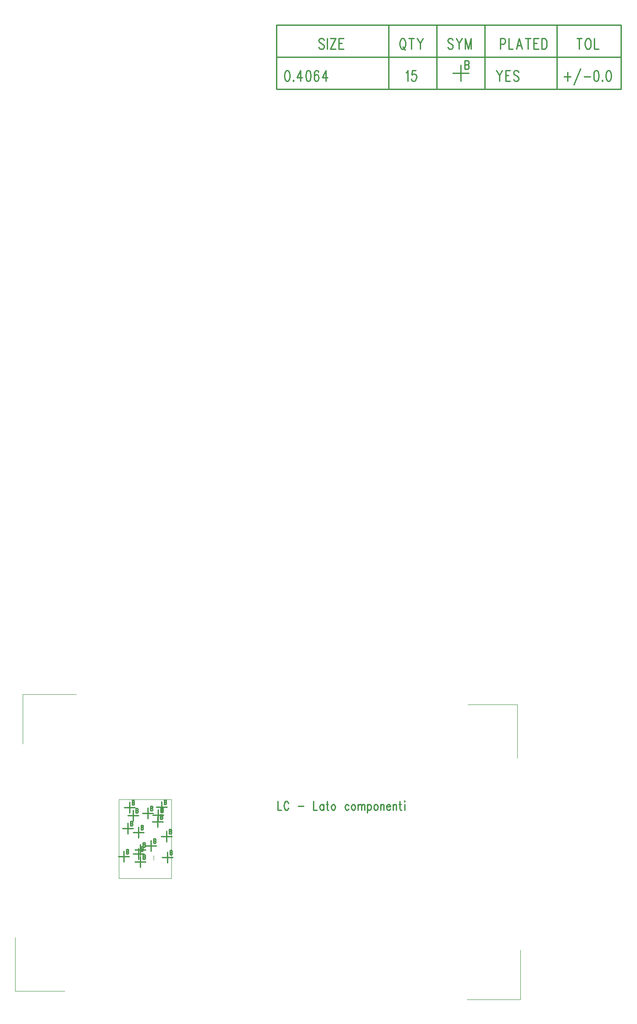
<source format=gbr>
*
*
G04 PADS Layout (Build Number 2008.43.1) generated Gerber (RS-274-X) file*
G04 PC Version=2.1*
*
%IN "P2007_0000_RBCS_RC_MAIS"*%
*
%MOIN*%
*
%FSLAX35Y35*%
*
*
*
*
G04 PC Standard Apertures*
*
*
G04 Thermal Relief Aperture macro.*
%AMTER*
1,1,$1,0,0*
1,0,$1-$2,0,0*
21,0,$3,$4,0,0,45*
21,0,$3,$4,0,0,135*
%
*
*
G04 Annular Aperture macro.*
%AMANN*
1,1,$1,0,0*
1,0,$2,0,0*
%
*
*
G04 Odd Aperture macro.*
%AMODD*
1,1,$1,0,0*
1,0,$1-0.005,0,0*
%
*
*
G04 PC Custom Aperture Macros*
*
*
*
*
*
*
G04 PC Aperture Table*
*
%ADD010C,0.01*%
%ADD040C,0.001*%
%ADD157C,0.003*%
*
*
*
*
G04 PC Circuitry*
G04 Layer Name P2007_0000_RBCS_RC_MAIS - circuitry*
%LPD*%
*
*
G04 PC Custom Flashes*
G04 Layer Name P2007_0000_RBCS_RC_MAIS - flashes*
%LPD*%
*
*
G04 PC Circuitry*
G04 Layer Name P2007_0000_RBCS_RC_MAIS - circuitry*
%LPD*%
*
G54D10*
G01X512598Y451444D02*
Y444882D01*
X515326*
X520780Y449882D02*
X520553Y450507D01*
X520098Y451132*
X519644Y451444*
X518735*
X518280Y451132*
X517826Y450507*
X517598Y449882*
X517371Y448944*
Y447382*
X517598Y446444*
X517826Y445819*
X518280Y445194*
X518735Y444882*
X519644*
X520098Y445194*
X520553Y445819*
X520780Y446444*
X528053Y447694D02*
X532144D01*
X539417Y451444D02*
Y444882D01*
X542144*
X546917Y449257D02*
Y444882D01*
Y448319D02*
X546462Y448944D01*
X546008Y449257*
X545326*
X544871Y448944*
X544417Y448319*
X544189Y447382*
Y446757*
X544417Y445819*
X544871Y445194*
X545326Y444882*
X546008*
X546462Y445194*
X546917Y445819*
X549644Y451444D02*
Y446132D01*
X549871Y445194*
X550326Y444882*
X550780*
X548962Y449257D02*
X550553D01*
X553962D02*
X553508Y448944D01*
X553053Y448319*
X552826Y447382*
Y446757*
X553053Y445819*
X553508Y445194*
X553962Y444882*
X554644*
X555098Y445194*
X555553Y445819*
X555780Y446757*
Y447382*
X555553Y448319*
X555098Y448944*
X554644Y449257*
X553962*
X565780Y448319D02*
X565326Y448944D01*
X564871Y449257*
X564189*
X563735Y448944*
X563280Y448319*
X563053Y447382*
Y446757*
X563280Y445819*
X563735Y445194*
X564189Y444882*
X564871*
X565326Y445194*
X565780Y445819*
X568962Y449257D02*
X568508Y448944D01*
X568053Y448319*
X567826Y447382*
Y446757*
X568053Y445819*
X568508Y445194*
X568962Y444882*
X569644*
X570098Y445194*
X570553Y445819*
X570780Y446757*
Y447382*
X570553Y448319*
X570098Y448944*
X569644Y449257*
X568962*
X572826D02*
Y444882D01*
Y448007D02*
X573508Y448944D01*
X573962Y449257*
X574644*
X575098Y448944*
X575326Y448007*
Y444882*
Y448007D02*
X576008Y448944D01*
X576462Y449257*
X577144*
X577598Y448944*
X577826Y448007*
Y444882*
X579871Y449257D02*
Y442694D01*
Y448319D02*
X580326Y448944D01*
X580780Y449257*
X581462*
X581917Y448944*
X582371Y448319*
X582598Y447382*
Y446757*
X582371Y445819*
X581917Y445194*
X581462Y444882*
X580780*
X580326Y445194*
X579871Y445819*
X585780Y449257D02*
X585326Y448944D01*
X584871Y448319*
X584644Y447382*
Y446757*
X584871Y445819*
X585326Y445194*
X585780Y444882*
X586462*
X586917Y445194*
X587371Y445819*
X587598Y446757*
Y447382*
X587371Y448319*
X586917Y448944*
X586462Y449257*
X585780*
X589644D02*
Y444882D01*
Y448007D02*
X590326Y448944D01*
X590780Y449257*
X591462*
X591917Y448944*
X592144Y448007*
Y444882*
X594189Y447382D02*
X596917D01*
Y448007*
X596689Y448632*
X596462Y448944*
X596008Y449257*
X595326*
X594871Y448944*
X594417Y448319*
X594189Y447382*
Y446757*
X594417Y445819*
X594871Y445194*
X595326Y444882*
X596008*
X596462Y445194*
X596917Y445819*
X598962Y449257D02*
Y444882D01*
Y448007D02*
X599644Y448944D01*
X600098Y449257*
X600780*
X601235Y448944*
X601462Y448007*
Y444882*
X604189Y451444D02*
Y446132D01*
X604417Y445194*
X604871Y444882*
X605326*
X603508Y449257D02*
X605098D01*
X607371Y451444D02*
X607598Y451132D01*
X607826Y451444*
X607598Y451757*
X607371Y451444*
X607598Y449257D02*
Y444882D01*
X405843Y406299D02*
X413843D01*
X409843Y402299D02*
Y410299D01*
X411843Y411580D02*
Y408299D01*
Y411580D02*
X412865D01*
X413206Y411424*
X413320Y411268*
X413433Y410955*
Y410643*
X413320Y410330*
X413206Y410174*
X412865Y410018*
X411843D02*
X412865D01*
X413206Y409862*
X413320Y409705*
X413433Y409393*
Y408924*
X413320Y408612*
X413206Y408455*
X412865Y408299*
X411843*
X393244Y410236D02*
X401244D01*
X397244Y406236D02*
Y414236D01*
X399244Y415517D02*
Y412236D01*
Y415517D02*
X400267D01*
X400608Y415361*
X400721Y415205*
X400835Y414892*
Y414580*
X400721Y414267*
X400608Y414111*
X400267Y413955*
X399244D02*
X400267D01*
X400608Y413799*
X400721Y413642*
X400835Y413330*
Y412861*
X400721Y412549*
X400608Y412392*
X400267Y412236*
X399244*
X404268Y412205D02*
X412268D01*
X408268Y408205D02*
Y416205D01*
X410268Y417486D02*
Y414205D01*
Y417486D02*
X411290D01*
X411631Y417330*
X411745Y417173*
X411859Y416861*
Y416548*
X411745Y416236*
X411631Y416080*
X411290Y415923*
X410268D02*
X411290D01*
X411631Y415767*
X411745Y415611*
X411859Y415298*
Y414830*
X411745Y414517*
X411631Y414361*
X411290Y414205*
X410268*
X405843Y415354D02*
X413843D01*
X409843Y411354D02*
Y419354D01*
X411843Y420636D02*
Y417354D01*
Y420636D02*
X412865D01*
X413206Y420479*
X413320Y420323*
X413433Y420011*
Y419698*
X413320Y419386*
X413206Y419229*
X412865Y419073*
X411843D02*
X412865D01*
X413206Y418917*
X413320Y418761*
X413433Y418448*
Y417979*
X413320Y417667*
X413206Y417511*
X412865Y417354*
X411843*
X413717Y418110D02*
X421717D01*
X417717Y414110D02*
Y422110D01*
X419717Y423391D02*
Y420110D01*
Y423391D02*
X420739D01*
X421080Y423235*
X421194Y423079*
X421307Y422766*
Y422454*
X421194Y422141*
X421080Y421985*
X420739Y421829*
X419717D02*
X420739D01*
X421080Y421673*
X421194Y421516*
X421307Y421204*
Y420735*
X421194Y420423*
X421080Y420266*
X420739Y420110*
X419717*
X425921Y409449D02*
X433921D01*
X429921Y405449D02*
Y413449D01*
X431921Y414730D02*
Y411449D01*
Y414730D02*
X432944D01*
X433285Y414574*
X433399Y414418*
X433512Y414105*
Y413793*
X433399Y413480*
X433285Y413324*
X432944Y413168*
X431921D02*
X432944D01*
X433285Y413011*
X433399Y412855*
X433512Y412543*
Y412074*
X433399Y411761*
X433285Y411605*
X432944Y411449*
X431921*
X404268Y428346D02*
X412268D01*
X408268Y424346D02*
Y432346D01*
X410268Y433628D02*
Y430346D01*
Y433628D02*
X411290D01*
X411631Y433471*
X411745Y433315*
X411859Y433003*
Y432690*
X411745Y432378*
X411631Y432221*
X411290Y432065*
X410268D02*
X411290D01*
X411631Y431909*
X411745Y431753*
X411859Y431440*
Y430971*
X411745Y430659*
X411631Y430503*
X411290Y430346*
X410268*
X425528Y425197D02*
X433528D01*
X429528Y421197D02*
Y429197D01*
X431528Y430478D02*
Y427197D01*
Y430478D02*
X432550D01*
X432891Y430322*
X433005Y430166*
X433118Y429853*
Y429541*
X433005Y429228*
X432891Y429072*
X432550Y428916*
X431528D02*
X432550D01*
X432891Y428759*
X433005Y428603*
X433118Y428291*
Y427822*
X433005Y427509*
X432891Y427353*
X432550Y427197*
X431528*
X396394Y431102D02*
X404394D01*
X400394Y427102D02*
Y435102D01*
X402394Y436384D02*
Y433102D01*
Y436384D02*
X403416D01*
X403757Y436227*
X403871Y436071*
X403985Y435759*
Y435446*
X403871Y435134*
X403757Y434977*
X403416Y434821*
X402394D02*
X403416D01*
X403757Y434665*
X403871Y434509*
X403985Y434196*
Y433727*
X403871Y433415*
X403757Y433259*
X403416Y433102*
X402394*
X418835Y436220D02*
X426835D01*
X422835Y432220D02*
Y440220D01*
X424835Y441502D02*
Y438220D01*
Y441502D02*
X425857D01*
X426198Y441345*
X426312Y441189*
X426426Y440877*
Y440564*
X426312Y440252*
X426198Y440095*
X425857Y439939*
X424835D02*
X425857D01*
X426198Y439783*
X426312Y439627*
X426426Y439314*
Y438845*
X426312Y438533*
X426198Y438377*
X425857Y438220*
X424835*
X400331Y440945D02*
X408331D01*
X404331Y436945D02*
Y444945D01*
X406331Y446226D02*
Y442945D01*
Y446226D02*
X407353D01*
X407694Y446070*
X407808Y445914*
X407922Y445601*
Y445289*
X407808Y444976*
X407694Y444820*
X407353Y444664*
X406331D02*
X407353D01*
X407694Y444507*
X407808Y444351*
X407922Y444039*
Y443570*
X407808Y443257*
X407694Y443101*
X407353Y442945*
X406331*
X397575Y446850D02*
X405575D01*
X401575Y442850D02*
Y450850D01*
X403575Y452132D02*
Y448850D01*
Y452132D02*
X404598D01*
X404938Y451975*
X405052Y451819*
X405166Y451507*
Y451194*
X405052Y450882*
X404938Y450725*
X404598Y450569*
X403575D02*
X404598D01*
X404938Y450413*
X405052Y450257*
X405166Y449944*
Y449475*
X405052Y449163*
X404938Y449007*
X404598Y448850*
X403575*
X411354Y442520D02*
X419354D01*
X415354Y438520D02*
Y446520D01*
X417354Y447801D02*
Y444520D01*
Y447801D02*
X418377D01*
X418718Y447645*
X418832Y447488*
X418945Y447176*
Y446863*
X418832Y446551*
X418718Y446395*
X418377Y446238*
X417354D02*
X418377D01*
X418718Y446082*
X418832Y445926*
X418945Y445613*
Y445145*
X418832Y444832*
X418718Y444676*
X418377Y444520*
X417354*
X421591Y447244D02*
X429591D01*
X425591Y443244D02*
Y451244D01*
X427591Y452525D02*
Y449244D01*
Y452525D02*
X428613D01*
X428954Y452369*
X429068Y452213*
X429181Y451900*
Y451588*
X429068Y451275*
X428954Y451119*
X428613Y450963*
X427591D02*
X428613D01*
X428954Y450807*
X429068Y450650*
X429181Y450338*
Y449869*
X429068Y449557*
X428954Y449400*
X428613Y449244*
X427591*
X419228Y441339D02*
X427228D01*
X423228Y437339D02*
Y445339D01*
X425228Y446620D02*
Y443339D01*
Y446620D02*
X426251D01*
X426592Y446464*
X426706Y446307*
X426819Y445995*
Y445682*
X426706Y445370*
X426592Y445214*
X426251Y445057*
X425228D02*
X426251D01*
X426592Y444901*
X426706Y444745*
X426819Y444432*
Y443964*
X426706Y443651*
X426592Y443495*
X426251Y443339*
X425228*
X511811Y1032252D02*
X769811D01*
X511811Y1008252D02*
X769811D01*
X511811Y984252D02*
X769811D01*
X511811Y1032252D02*
Y984252D01*
X595811Y1032252D02*
Y984252D01*
X631811Y1032252D02*
Y984252D01*
X667811Y1032252D02*
Y984252D01*
X721811Y1032252D02*
Y984252D01*
X769811Y1032252D02*
Y984252D01*
X547311Y1021002D02*
X546766Y1021752D01*
X545947Y1022127*
X544856*
X544038Y1021752*
X543493Y1021002*
Y1020252*
X543766Y1019502*
X544038Y1019127*
X544584Y1018752*
X546220Y1018002*
X546766Y1017627*
X547038Y1017252*
X547311Y1016502*
Y1015377*
X546766Y1014627*
X545947Y1014252*
X544856*
X544038Y1014627*
X543493Y1015377*
X549766Y1022127D02*
Y1014252D01*
X556038Y1022127D02*
X552220Y1014252D01*
Y1022127D02*
X556038D01*
X552220Y1014252D02*
X556038D01*
X558493Y1022127D02*
Y1014252D01*
Y1022127D02*
X562038D01*
X558493Y1018377D02*
X560675D01*
X558493Y1014252D02*
X562038D01*
X605675Y1022127D02*
X605129Y1021752D01*
X604584Y1021002*
X604311Y1020252*
X604038Y1019127*
Y1017252*
X604311Y1016127*
X604584Y1015377*
X605129Y1014627*
X605675Y1014252*
X606766*
X607311Y1014627*
X607856Y1015377*
X608129Y1016127*
X608402Y1017252*
Y1019127*
X608129Y1020252*
X607856Y1021002*
X607311Y1021752*
X606766Y1022127*
X605675*
X606493Y1015752D02*
X608129Y1013502D01*
X612766Y1022127D02*
Y1014252D01*
X610856Y1022127D02*
X614675D01*
X617129D02*
X619311Y1018377D01*
Y1014252*
X621493Y1022127D02*
X619311Y1018377D01*
X643856Y1021002D02*
X643311Y1021752D01*
X642493Y1022127*
X641402*
X640584Y1021752*
X640038Y1021002*
Y1020252*
X640311Y1019502*
X640584Y1019127*
X641129Y1018752*
X642766Y1018002*
X643311Y1017627*
X643584Y1017252*
X643856Y1016502*
Y1015377*
X643311Y1014627*
X642493Y1014252*
X641402*
X640584Y1014627*
X640038Y1015377*
X646311Y1022127D02*
X648493Y1018377D01*
Y1014252*
X650675Y1022127D02*
X648493Y1018377D01*
X653129Y1022127D02*
Y1014252D01*
Y1022127D02*
X655311Y1014252D01*
X657493Y1022127D02*
X655311Y1014252D01*
X657493Y1022127D02*
Y1014252D01*
X679311Y1022127D02*
Y1014252D01*
Y1022127D02*
X681766D01*
X682584Y1021752*
X682856Y1021377*
X683129Y1020627*
Y1019502*
X682856Y1018752*
X682584Y1018377*
X681766Y1018002*
X679311*
X685584Y1022127D02*
Y1014252D01*
X688856*
X693493Y1022127D02*
X691311Y1014252D01*
X693493Y1022127D02*
X695675Y1014252D01*
X692129Y1016877D02*
X694856D01*
X700038Y1022127D02*
Y1014252D01*
X698129Y1022127D02*
X701947D01*
X704402D02*
Y1014252D01*
Y1022127D02*
X707947D01*
X704402Y1018377D02*
X706584D01*
X704402Y1014252D02*
X707947D01*
X710402Y1022127D02*
Y1014252D01*
Y1022127D02*
X712311D01*
X713129Y1021752*
X713675Y1021002*
X713947Y1020252*
X714220Y1019127*
Y1017252*
X713947Y1016127*
X713675Y1015377*
X713129Y1014627*
X712311Y1014252*
X710402*
X738493Y1022127D02*
Y1014252D01*
X736584Y1022127D02*
X740402D01*
X744493D02*
X743947Y1021752D01*
X743402Y1021002*
X743129Y1020252*
X742856Y1019127*
Y1017252*
X743129Y1016127*
X743402Y1015377*
X743947Y1014627*
X744493Y1014252*
X745584*
X746129Y1014627*
X746675Y1015377*
X746947Y1016127*
X747220Y1017252*
Y1019127*
X746947Y1020252*
X746675Y1021002*
X746129Y1021752*
X745584Y1022127*
X744493*
X749675D02*
Y1014252D01*
X752947*
X519447Y998127D02*
X518629Y997752D01*
X518084Y996627*
X517811Y994752*
Y993627*
X518084Y991752*
X518629Y990627*
X519447Y990252*
X519993*
X520811Y990627*
X521356Y991752*
X521629Y993627*
Y994752*
X521356Y996627*
X520811Y997752*
X519993Y998127*
X519447*
X524356Y991002D02*
X524084Y990627D01*
X524356Y990252*
X524629Y990627*
X524356Y991002*
X529811Y998127D02*
X527084Y992877D01*
X531175*
X529811Y998127D02*
Y990252D01*
X535266Y998127D02*
X534447Y997752D01*
X533902Y996627*
X533629Y994752*
Y993627*
X533902Y991752*
X534447Y990627*
X535266Y990252*
X535811*
X536629Y990627*
X537175Y991752*
X537447Y993627*
Y994752*
X537175Y996627*
X536629Y997752*
X535811Y998127*
X535266*
X543175Y997002D02*
X542902Y997752D01*
X542084Y998127*
X541538*
X540720Y997752*
X540175Y996627*
X539902Y994752*
Y992877*
X540175Y991377*
X540720Y990627*
X541538Y990252*
X541811*
X542629Y990627*
X543175Y991377*
X543447Y992502*
Y992877*
X543175Y994002*
X542629Y994752*
X541811Y995127*
X541538*
X540720Y994752*
X540175Y994002*
X539902Y992877*
X548629Y998127D02*
X545902Y992877D01*
X549993*
X548629Y998127D02*
Y990252D01*
X608811Y996627D02*
X609356Y997002D01*
X610175Y998127*
Y990252*
X616175Y998127D02*
X613447D01*
X613175Y994752*
X613447Y995127*
X614266Y995502*
X615084*
X615902Y995127*
X616447Y994377*
X616720Y993252*
X616447Y992502*
X616175Y991377*
X615629Y990627*
X614811Y990252*
X613993*
X613175Y990627*
X612902Y991002*
X612629Y991752*
X643811Y996252D02*
X655811D01*
X649811Y990252D02*
Y1002252D01*
X652811Y1005552D02*
Y999252D01*
Y1005552D02*
X654775D01*
X655429Y1005252*
X655647Y1004952*
X655866Y1004352*
Y1003752*
X655647Y1003152*
X655429Y1002852*
X654775Y1002552*
X652811D02*
X654775D01*
X655429Y1002252*
X655647Y1001952*
X655866Y1001352*
Y1000452*
X655647Y999852*
X655429Y999552*
X654775Y999252*
X652811*
X676447Y998127D02*
X678629Y994377D01*
Y990252*
X680811Y998127D02*
X678629Y994377D01*
X683266Y998127D02*
Y990252D01*
Y998127D02*
X686811D01*
X683266Y994377D02*
X685447D01*
X683266Y990252D02*
X686811D01*
X693084Y997002D02*
X692538Y997752D01*
X691720Y998127*
X690629*
X689811Y997752*
X689266Y997002*
Y996252*
X689538Y995502*
X689811Y995127*
X690356Y994752*
X691993Y994002*
X692538Y993627*
X692811Y993252*
X693084Y992502*
Y991377*
X692538Y990627*
X691720Y990252*
X690629*
X689811Y990627*
X689266Y991377*
X729629Y997002D02*
Y990252D01*
X727175Y993627D02*
X732084D01*
X739447Y999627D02*
X734538Y987627D01*
X741902Y993627D02*
X746811D01*
X750902Y998127D02*
X750084Y997752D01*
X749538Y996627*
X749266Y994752*
Y993627*
X749538Y991752*
X750084Y990627*
X750902Y990252*
X751447*
X752266Y990627*
X752811Y991752*
X753084Y993627*
Y994752*
X752811Y996627*
X752266Y997752*
X751447Y998127*
X750902*
X755811Y991002D02*
X755538Y990627D01*
X755811Y990252*
X756084Y990627*
X755811Y991002*
X760175Y998127D02*
X759356Y997752D01*
X758811Y996627*
X758538Y994752*
Y993627*
X758811Y991752*
X759356Y990627*
X760175Y990252*
X760720*
X761538Y990627*
X762084Y991752*
X762356Y993627*
Y994752*
X762084Y996627*
X761538Y997752*
X760720Y998127*
X760175*
G54D40*
X393701Y393701D02*
X433071D01*
Y452756*
X393701*
Y393701*
X654331Y303150D02*
X694488D01*
Y340157*
X692126Y483858D02*
Y524016D01*
X655118*
X316142Y349606D02*
Y309449D01*
X353150*
X361811Y531496D02*
X321654D01*
Y494488*
G54D157*
X419685Y407480D02*
Y410827D01*
X0Y0D02*
M02*

</source>
